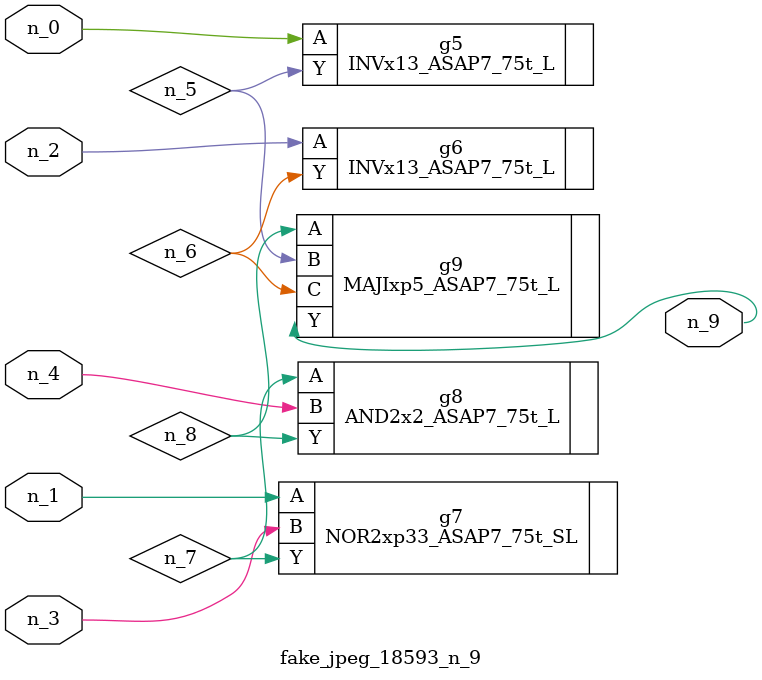
<source format=v>
module fake_jpeg_18593_n_9 (n_3, n_2, n_1, n_0, n_4, n_9);

input n_3;
input n_2;
input n_1;
input n_0;
input n_4;

output n_9;

wire n_8;
wire n_6;
wire n_5;
wire n_7;

INVx13_ASAP7_75t_L g5 ( 
.A(n_0),
.Y(n_5)
);

INVx13_ASAP7_75t_L g6 ( 
.A(n_2),
.Y(n_6)
);

NOR2xp33_ASAP7_75t_SL g7 ( 
.A(n_1),
.B(n_3),
.Y(n_7)
);

AND2x2_ASAP7_75t_L g8 ( 
.A(n_7),
.B(n_4),
.Y(n_8)
);

MAJIxp5_ASAP7_75t_L g9 ( 
.A(n_8),
.B(n_5),
.C(n_6),
.Y(n_9)
);


endmodule
</source>
